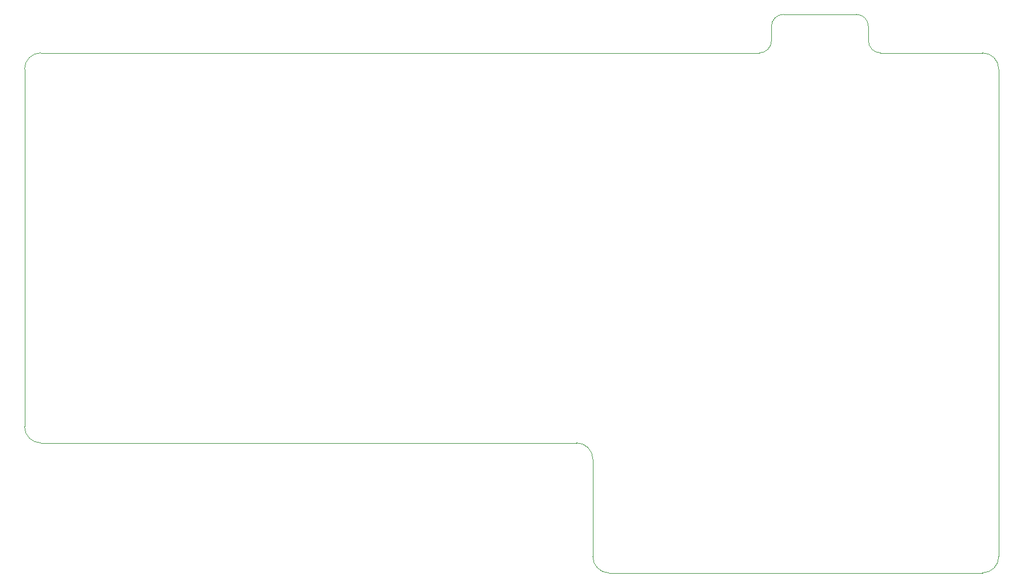
<source format=gm1>
G04 #@! TF.GenerationSoftware,KiCad,Pcbnew,5.1.5*
G04 #@! TF.CreationDate,2019-12-31T20:45:16+09:00*
G04 #@! TF.ProjectId,half_qwerty,68616c66-5f71-4776-9572-74792e6b6963,rev?*
G04 #@! TF.SameCoordinates,Original*
G04 #@! TF.FileFunction,Profile,NP*
%FSLAX46Y46*%
G04 Gerber Fmt 4.6, Leading zero omitted, Abs format (unit mm)*
G04 Created by KiCad (PCBNEW 5.1.5) date 2019-12-31 20:45:16*
%MOMM*%
%LPD*%
G04 APERTURE LIST*
%ADD10C,0.050000*%
G04 APERTURE END LIST*
D10*
X204724000Y-67564000D02*
X204724000Y-69659500D01*
X190500000Y-67564000D02*
X190500000Y-69659500D01*
X188722000Y-71437500D02*
X83343750Y-71437500D01*
X190500000Y-69659500D02*
G75*
G02X188722000Y-71437500I-1778000J0D01*
G01*
X206502000Y-71437500D02*
G75*
G02X204724000Y-69659500I0J1778000D01*
G01*
X202946000Y-65786000D02*
G75*
G02X204724000Y-67564000I0J-1778000D01*
G01*
X190500000Y-67564000D02*
G75*
G02X192278000Y-65786000I1778000J0D01*
G01*
X192278000Y-65786000D02*
X202946000Y-65786000D01*
X164306250Y-130968750D02*
X164306250Y-145256250D01*
X83343750Y-128587500D02*
G75*
G02X80962500Y-126206250I0J2381250D01*
G01*
X80962500Y-73818750D02*
G75*
G02X83343750Y-71437500I2381250J0D01*
G01*
X221456250Y-71437500D02*
G75*
G02X223837500Y-73818750I0J-2381250D01*
G01*
X223837500Y-145256250D02*
G75*
G02X221456250Y-147637500I-2381250J0D01*
G01*
X166687500Y-147637500D02*
G75*
G02X164306250Y-145256250I0J2381250D01*
G01*
X161925000Y-128587500D02*
G75*
G02X164306250Y-130968750I0J-2381250D01*
G01*
X83343750Y-128587500D02*
X161925000Y-128587500D01*
X80962500Y-73818750D02*
X80962500Y-126206250D01*
X221456250Y-71437500D02*
X206502000Y-71437500D01*
X223837500Y-145256250D02*
X223837500Y-73818750D01*
X166687500Y-147637500D02*
X221456250Y-147637500D01*
M02*

</source>
